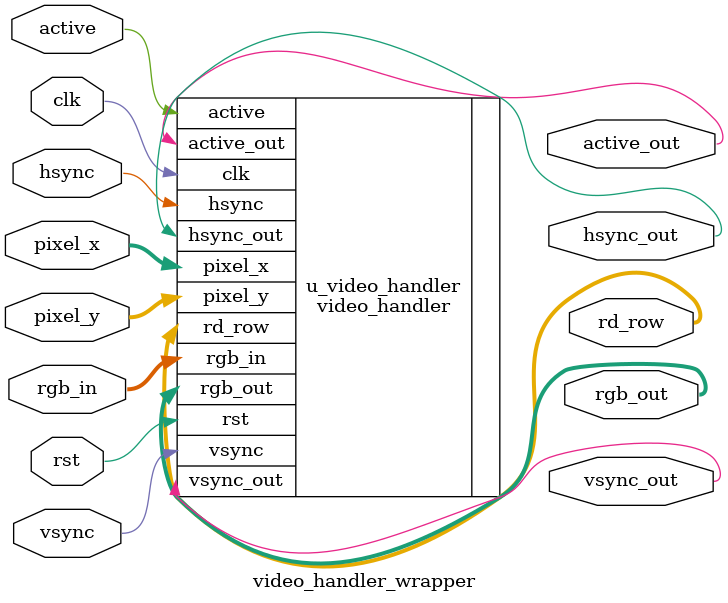
<source format=v>
module video_handler_wrapper #(
    parameter DELAY = 4,
    parameter WATERFALL_TOP = 300
)(
    input  wire        clk,
    input  wire        rst,

    // from video_timing module
    input  wire [9:0]  pixel_x,
    input  wire [9:0]  pixel_y,
    input  wire        hsync,
    input  wire        vsync,
    input  wire        active,

    // from color_map
    input  wire [23:0] rgb_in,

    // to the waterfall buffer module
    output wire [8:0]  rd_row,

    // to rgb2dvi ip
    output wire [23:0] rgb_out,
    output wire        hsync_out,
    output wire        vsync_out,
    output wire        active_out
);

    video_handler #(
        .DELAY(DELAY),
        .WATERFALL_TOP(WATERFALL_TOP)
    ) u_video_handler (
        .clk(clk),
        .rst(rst),
        .pixel_x(pixel_x),
        .pixel_y(pixel_y),
        .hsync(hsync),
        .vsync(vsync),
        .active(active),
        .rgb_in(rgb_in),
        .rd_row(rd_row),
        .rgb_out(rgb_out),
        .hsync_out(hsync_out),
        .vsync_out(vsync_out),
        .active_out(active_out)
    );

endmodule

</source>
